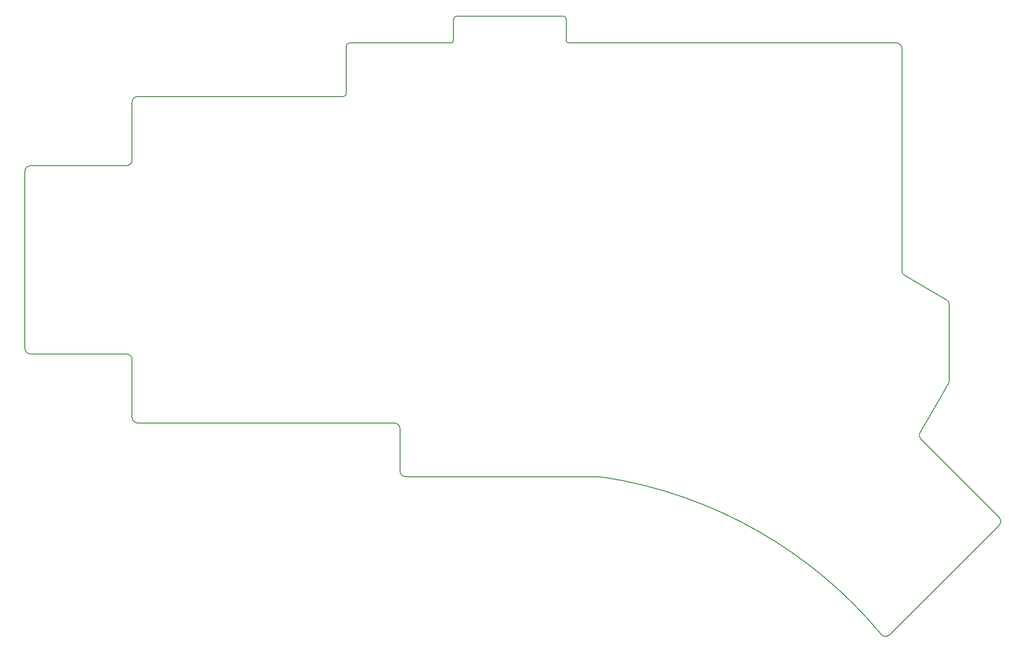
<source format=gm1>
G04 #@! TF.GenerationSoftware,KiCad,Pcbnew,(5.1.10)-1*
G04 #@! TF.CreationDate,2021-10-25T12:29:25+03:00*
G04 #@! TF.ProjectId,main_pcb,6d61696e-5f70-4636-922e-6b696361645f,rev?*
G04 #@! TF.SameCoordinates,Original*
G04 #@! TF.FileFunction,Profile,NP*
%FSLAX46Y46*%
G04 Gerber Fmt 4.6, Leading zero omitted, Abs format (unit mm)*
G04 Created by KiCad (PCBNEW (5.1.10)-1) date 2021-10-25 12:29:25*
%MOMM*%
%LPD*%
G01*
G04 APERTURE LIST*
G04 #@! TA.AperFunction,Profile*
%ADD10C,0.200000*%
G04 #@! TD*
G04 APERTURE END LIST*
D10*
X181869806Y-47165500D02*
G75*
G02*
X182869806Y-48165500I0J-1000000D01*
G01*
X186068599Y-116468252D02*
X191150116Y-107666049D01*
X182869806Y-87713028D02*
X182869806Y-48165500D01*
X191284072Y-107166081D02*
G75*
G02*
X191150116Y-107666049I-1000000J-1D01*
G01*
X191284072Y-107166082D02*
X191284072Y-93725374D01*
X92633800Y-114789500D02*
G75*
G02*
X93633800Y-115789500I0J-1000000D01*
G01*
X183369835Y-88579070D02*
G75*
G02*
X182869806Y-87713028I499971J866042D01*
G01*
X190784043Y-92859332D02*
X183369835Y-88579070D01*
X190784043Y-92859332D02*
G75*
G02*
X191284072Y-93725374I-499971J-866042D01*
G01*
X180652651Y-152464907D02*
X200128457Y-132992249D01*
X186227493Y-117675284D02*
G75*
G02*
X186068599Y-116468252I707150J707064D01*
G01*
X200128557Y-131578033D02*
X186227494Y-117675284D01*
X180652649Y-152464908D02*
G75*
G02*
X179211444Y-152436722I-707048J707164D01*
G01*
X128308219Y-124320500D02*
G75*
G02*
X129832636Y-124437375I0J-10000000D01*
G01*
X46008800Y-103495800D02*
X46008800Y-113789500D01*
X94633800Y-124320500D02*
X128308219Y-124320500D01*
X129832636Y-124437375D02*
G75*
G02*
X179211444Y-152436722I-12191839J-79042325D01*
G01*
X94633800Y-124320500D02*
G75*
G02*
X93633800Y-123320500I0J1000000D01*
G01*
X47008800Y-114789500D02*
G75*
G02*
X46008800Y-113789500I0J1000000D01*
G01*
X45008800Y-102495800D02*
G75*
G02*
X46008800Y-103495800I0J-1000000D01*
G01*
X93633800Y-115789500D02*
X93633800Y-123320500D01*
X47008800Y-114789500D02*
X92633800Y-114789501D01*
X200128557Y-131578033D02*
G75*
G02*
X200128457Y-132992249I-707144J-707058D01*
G01*
X122658099Y-42402500D02*
G75*
G02*
X123158100Y-42902501I0J-500001D01*
G01*
X102658799Y-47165500D02*
X84608800Y-47165500D01*
X103158799Y-46665500D02*
G75*
G02*
X102658799Y-47165500I-500000J0D01*
G01*
X103158800Y-42902500D02*
G75*
G02*
X103658800Y-42402500I500000J0D01*
G01*
X142708100Y-47165500D02*
X141908100Y-47165500D01*
X103158800Y-42902500D02*
X103158800Y-46665500D01*
X122658099Y-42402500D02*
X103658800Y-42402500D01*
X123158100Y-46665501D02*
X123158100Y-42902501D01*
X123658099Y-47165500D02*
G75*
G02*
X123158100Y-46665501I0J499999D01*
G01*
X141908100Y-47165500D02*
X123658099Y-47165500D01*
X159796500Y-47165500D02*
X142708100Y-47165500D01*
X181309100Y-47165500D02*
X159796500Y-47165500D01*
X181869806Y-47165500D02*
X181309100Y-47165500D01*
X83608800Y-56690200D02*
X52303499Y-56690200D01*
X84108800Y-56190200D02*
G75*
G02*
X83608800Y-56690200I-500000J0D01*
G01*
X84108800Y-47665501D02*
X84108800Y-56190200D01*
X84108799Y-47665501D02*
G75*
G02*
X84608800Y-47165500I500001J0D01*
G01*
X46008799Y-57690200D02*
G75*
G02*
X47008799Y-56690200I1000000J0D01*
G01*
X26958750Y-69995800D02*
X26958751Y-101495800D01*
X26958749Y-69995800D02*
G75*
G02*
X27958749Y-68995800I1000000J0D01*
G01*
X46008800Y-57690200D02*
X46008800Y-67995800D01*
X52303499Y-56690200D02*
X47008799Y-56690200D01*
X45008800Y-68995800D02*
X27958749Y-68995800D01*
X27958750Y-102495799D02*
G75*
G02*
X26958751Y-101495800I0J999999D01*
G01*
X27958750Y-102495800D02*
X45008800Y-102495800D01*
X46008800Y-67995800D02*
G75*
G02*
X45008800Y-68995800I-1000000J0D01*
G01*
M02*

</source>
